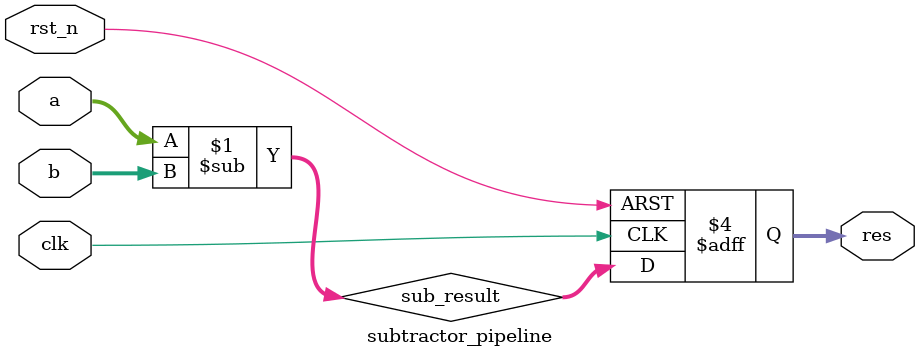
<source format=v>
module subtractor_pipeline (
    input wire clk,          // 时钟信号
    input wire rst_n,        // 异步复位，低电平有效
    input wire [7:0] a,      // 被减数
    input wire [7:0] b,      // 减数
    output reg [7:0] res     // 差
);

// 组合逻辑计算
wire [7:0] sub_result;
assign sub_result = a - b;

// 时序逻辑
always @(posedge clk or negedge rst_n) begin
    if (!rst_n) begin
        res <= 8'b0;
    end else begin
        res <= sub_result;
    end
end

endmodule
</source>
